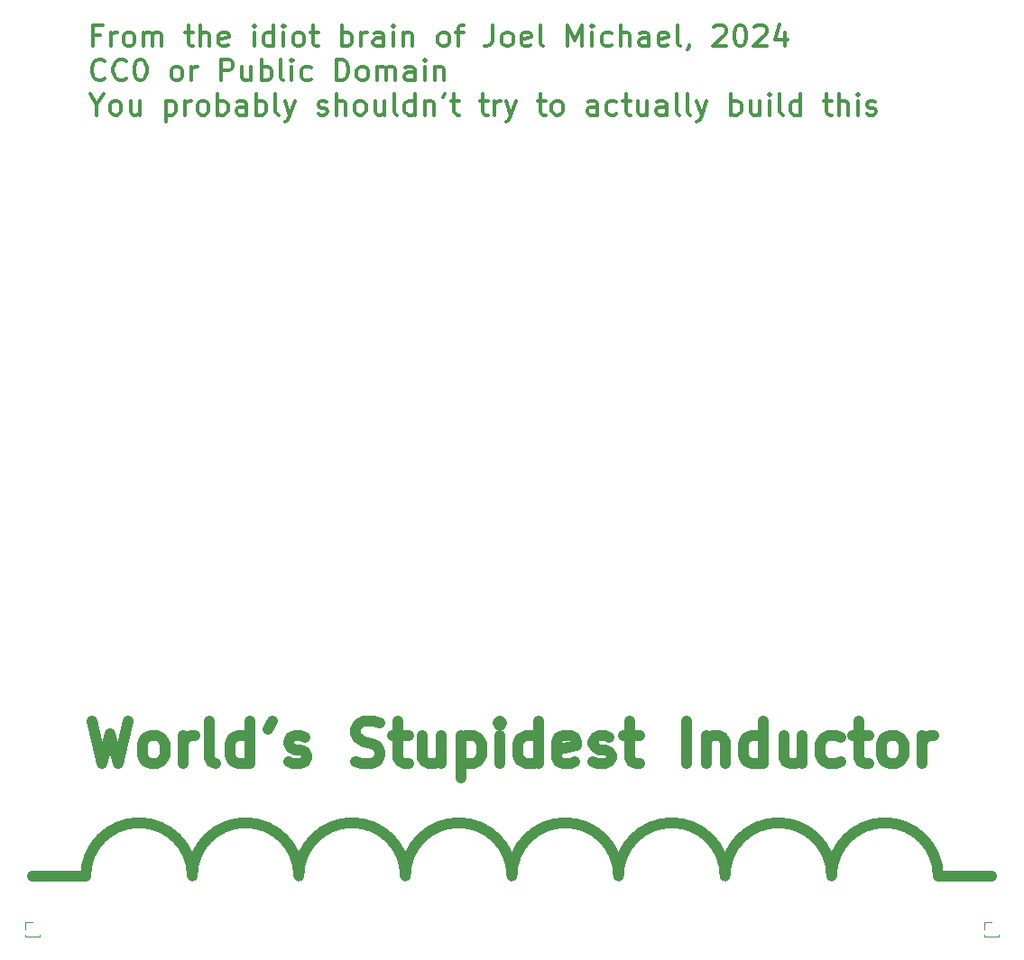
<source format=gbr>
%TF.GenerationSoftware,KiCad,Pcbnew,8.0.4*%
%TF.CreationDate,2024-09-11T16:59:23+10:00*%
%TF.ProjectId,pcb-inductor,7063622d-696e-4647-9563-746f722e6b69,rev?*%
%TF.SameCoordinates,Original*%
%TF.FileFunction,Legend,Top*%
%TF.FilePolarity,Positive*%
%FSLAX46Y46*%
G04 Gerber Fmt 4.6, Leading zero omitted, Abs format (unit mm)*
G04 Created by KiCad (PCBNEW 8.0.4) date 2024-09-11 16:59:23*
%MOMM*%
%LPD*%
G01*
G04 APERTURE LIST*
%ADD10C,0.300000*%
%ADD11C,1.000000*%
%ADD12C,0.120000*%
G04 APERTURE END LIST*
D10*
X116340225Y-61032019D02*
X115673558Y-61032019D01*
X115673558Y-62079638D02*
X115673558Y-60079638D01*
X115673558Y-60079638D02*
X116625939Y-60079638D01*
X117387844Y-62079638D02*
X117387844Y-60746304D01*
X117387844Y-61127257D02*
X117483082Y-60936780D01*
X117483082Y-60936780D02*
X117578320Y-60841542D01*
X117578320Y-60841542D02*
X117768796Y-60746304D01*
X117768796Y-60746304D02*
X117959273Y-60746304D01*
X118911653Y-62079638D02*
X118721177Y-61984400D01*
X118721177Y-61984400D02*
X118625939Y-61889161D01*
X118625939Y-61889161D02*
X118530701Y-61698685D01*
X118530701Y-61698685D02*
X118530701Y-61127257D01*
X118530701Y-61127257D02*
X118625939Y-60936780D01*
X118625939Y-60936780D02*
X118721177Y-60841542D01*
X118721177Y-60841542D02*
X118911653Y-60746304D01*
X118911653Y-60746304D02*
X119197368Y-60746304D01*
X119197368Y-60746304D02*
X119387844Y-60841542D01*
X119387844Y-60841542D02*
X119483082Y-60936780D01*
X119483082Y-60936780D02*
X119578320Y-61127257D01*
X119578320Y-61127257D02*
X119578320Y-61698685D01*
X119578320Y-61698685D02*
X119483082Y-61889161D01*
X119483082Y-61889161D02*
X119387844Y-61984400D01*
X119387844Y-61984400D02*
X119197368Y-62079638D01*
X119197368Y-62079638D02*
X118911653Y-62079638D01*
X120435463Y-62079638D02*
X120435463Y-60746304D01*
X120435463Y-60936780D02*
X120530701Y-60841542D01*
X120530701Y-60841542D02*
X120721177Y-60746304D01*
X120721177Y-60746304D02*
X121006892Y-60746304D01*
X121006892Y-60746304D02*
X121197368Y-60841542D01*
X121197368Y-60841542D02*
X121292606Y-61032019D01*
X121292606Y-61032019D02*
X121292606Y-62079638D01*
X121292606Y-61032019D02*
X121387844Y-60841542D01*
X121387844Y-60841542D02*
X121578320Y-60746304D01*
X121578320Y-60746304D02*
X121864034Y-60746304D01*
X121864034Y-60746304D02*
X122054511Y-60841542D01*
X122054511Y-60841542D02*
X122149749Y-61032019D01*
X122149749Y-61032019D02*
X122149749Y-62079638D01*
X124340226Y-60746304D02*
X125102130Y-60746304D01*
X124625940Y-60079638D02*
X124625940Y-61793923D01*
X124625940Y-61793923D02*
X124721178Y-61984400D01*
X124721178Y-61984400D02*
X124911654Y-62079638D01*
X124911654Y-62079638D02*
X125102130Y-62079638D01*
X125768797Y-62079638D02*
X125768797Y-60079638D01*
X126625940Y-62079638D02*
X126625940Y-61032019D01*
X126625940Y-61032019D02*
X126530702Y-60841542D01*
X126530702Y-60841542D02*
X126340226Y-60746304D01*
X126340226Y-60746304D02*
X126054511Y-60746304D01*
X126054511Y-60746304D02*
X125864035Y-60841542D01*
X125864035Y-60841542D02*
X125768797Y-60936780D01*
X128340226Y-61984400D02*
X128149750Y-62079638D01*
X128149750Y-62079638D02*
X127768797Y-62079638D01*
X127768797Y-62079638D02*
X127578321Y-61984400D01*
X127578321Y-61984400D02*
X127483083Y-61793923D01*
X127483083Y-61793923D02*
X127483083Y-61032019D01*
X127483083Y-61032019D02*
X127578321Y-60841542D01*
X127578321Y-60841542D02*
X127768797Y-60746304D01*
X127768797Y-60746304D02*
X128149750Y-60746304D01*
X128149750Y-60746304D02*
X128340226Y-60841542D01*
X128340226Y-60841542D02*
X128435464Y-61032019D01*
X128435464Y-61032019D02*
X128435464Y-61222495D01*
X128435464Y-61222495D02*
X127483083Y-61412971D01*
X130816417Y-62079638D02*
X130816417Y-60746304D01*
X130816417Y-60079638D02*
X130721179Y-60174876D01*
X130721179Y-60174876D02*
X130816417Y-60270114D01*
X130816417Y-60270114D02*
X130911655Y-60174876D01*
X130911655Y-60174876D02*
X130816417Y-60079638D01*
X130816417Y-60079638D02*
X130816417Y-60270114D01*
X132625941Y-62079638D02*
X132625941Y-60079638D01*
X132625941Y-61984400D02*
X132435465Y-62079638D01*
X132435465Y-62079638D02*
X132054512Y-62079638D01*
X132054512Y-62079638D02*
X131864036Y-61984400D01*
X131864036Y-61984400D02*
X131768798Y-61889161D01*
X131768798Y-61889161D02*
X131673560Y-61698685D01*
X131673560Y-61698685D02*
X131673560Y-61127257D01*
X131673560Y-61127257D02*
X131768798Y-60936780D01*
X131768798Y-60936780D02*
X131864036Y-60841542D01*
X131864036Y-60841542D02*
X132054512Y-60746304D01*
X132054512Y-60746304D02*
X132435465Y-60746304D01*
X132435465Y-60746304D02*
X132625941Y-60841542D01*
X133578322Y-62079638D02*
X133578322Y-60746304D01*
X133578322Y-60079638D02*
X133483084Y-60174876D01*
X133483084Y-60174876D02*
X133578322Y-60270114D01*
X133578322Y-60270114D02*
X133673560Y-60174876D01*
X133673560Y-60174876D02*
X133578322Y-60079638D01*
X133578322Y-60079638D02*
X133578322Y-60270114D01*
X134816417Y-62079638D02*
X134625941Y-61984400D01*
X134625941Y-61984400D02*
X134530703Y-61889161D01*
X134530703Y-61889161D02*
X134435465Y-61698685D01*
X134435465Y-61698685D02*
X134435465Y-61127257D01*
X134435465Y-61127257D02*
X134530703Y-60936780D01*
X134530703Y-60936780D02*
X134625941Y-60841542D01*
X134625941Y-60841542D02*
X134816417Y-60746304D01*
X134816417Y-60746304D02*
X135102132Y-60746304D01*
X135102132Y-60746304D02*
X135292608Y-60841542D01*
X135292608Y-60841542D02*
X135387846Y-60936780D01*
X135387846Y-60936780D02*
X135483084Y-61127257D01*
X135483084Y-61127257D02*
X135483084Y-61698685D01*
X135483084Y-61698685D02*
X135387846Y-61889161D01*
X135387846Y-61889161D02*
X135292608Y-61984400D01*
X135292608Y-61984400D02*
X135102132Y-62079638D01*
X135102132Y-62079638D02*
X134816417Y-62079638D01*
X136054513Y-60746304D02*
X136816417Y-60746304D01*
X136340227Y-60079638D02*
X136340227Y-61793923D01*
X136340227Y-61793923D02*
X136435465Y-61984400D01*
X136435465Y-61984400D02*
X136625941Y-62079638D01*
X136625941Y-62079638D02*
X136816417Y-62079638D01*
X139006894Y-62079638D02*
X139006894Y-60079638D01*
X139006894Y-60841542D02*
X139197370Y-60746304D01*
X139197370Y-60746304D02*
X139578323Y-60746304D01*
X139578323Y-60746304D02*
X139768799Y-60841542D01*
X139768799Y-60841542D02*
X139864037Y-60936780D01*
X139864037Y-60936780D02*
X139959275Y-61127257D01*
X139959275Y-61127257D02*
X139959275Y-61698685D01*
X139959275Y-61698685D02*
X139864037Y-61889161D01*
X139864037Y-61889161D02*
X139768799Y-61984400D01*
X139768799Y-61984400D02*
X139578323Y-62079638D01*
X139578323Y-62079638D02*
X139197370Y-62079638D01*
X139197370Y-62079638D02*
X139006894Y-61984400D01*
X140816418Y-62079638D02*
X140816418Y-60746304D01*
X140816418Y-61127257D02*
X140911656Y-60936780D01*
X140911656Y-60936780D02*
X141006894Y-60841542D01*
X141006894Y-60841542D02*
X141197370Y-60746304D01*
X141197370Y-60746304D02*
X141387847Y-60746304D01*
X142911656Y-62079638D02*
X142911656Y-61032019D01*
X142911656Y-61032019D02*
X142816418Y-60841542D01*
X142816418Y-60841542D02*
X142625942Y-60746304D01*
X142625942Y-60746304D02*
X142244989Y-60746304D01*
X142244989Y-60746304D02*
X142054513Y-60841542D01*
X142911656Y-61984400D02*
X142721180Y-62079638D01*
X142721180Y-62079638D02*
X142244989Y-62079638D01*
X142244989Y-62079638D02*
X142054513Y-61984400D01*
X142054513Y-61984400D02*
X141959275Y-61793923D01*
X141959275Y-61793923D02*
X141959275Y-61603447D01*
X141959275Y-61603447D02*
X142054513Y-61412971D01*
X142054513Y-61412971D02*
X142244989Y-61317733D01*
X142244989Y-61317733D02*
X142721180Y-61317733D01*
X142721180Y-61317733D02*
X142911656Y-61222495D01*
X143864037Y-62079638D02*
X143864037Y-60746304D01*
X143864037Y-60079638D02*
X143768799Y-60174876D01*
X143768799Y-60174876D02*
X143864037Y-60270114D01*
X143864037Y-60270114D02*
X143959275Y-60174876D01*
X143959275Y-60174876D02*
X143864037Y-60079638D01*
X143864037Y-60079638D02*
X143864037Y-60270114D01*
X144816418Y-60746304D02*
X144816418Y-62079638D01*
X144816418Y-60936780D02*
X144911656Y-60841542D01*
X144911656Y-60841542D02*
X145102132Y-60746304D01*
X145102132Y-60746304D02*
X145387847Y-60746304D01*
X145387847Y-60746304D02*
X145578323Y-60841542D01*
X145578323Y-60841542D02*
X145673561Y-61032019D01*
X145673561Y-61032019D02*
X145673561Y-62079638D01*
X148435466Y-62079638D02*
X148244990Y-61984400D01*
X148244990Y-61984400D02*
X148149752Y-61889161D01*
X148149752Y-61889161D02*
X148054514Y-61698685D01*
X148054514Y-61698685D02*
X148054514Y-61127257D01*
X148054514Y-61127257D02*
X148149752Y-60936780D01*
X148149752Y-60936780D02*
X148244990Y-60841542D01*
X148244990Y-60841542D02*
X148435466Y-60746304D01*
X148435466Y-60746304D02*
X148721181Y-60746304D01*
X148721181Y-60746304D02*
X148911657Y-60841542D01*
X148911657Y-60841542D02*
X149006895Y-60936780D01*
X149006895Y-60936780D02*
X149102133Y-61127257D01*
X149102133Y-61127257D02*
X149102133Y-61698685D01*
X149102133Y-61698685D02*
X149006895Y-61889161D01*
X149006895Y-61889161D02*
X148911657Y-61984400D01*
X148911657Y-61984400D02*
X148721181Y-62079638D01*
X148721181Y-62079638D02*
X148435466Y-62079638D01*
X149673562Y-60746304D02*
X150435466Y-60746304D01*
X149959276Y-62079638D02*
X149959276Y-60365352D01*
X149959276Y-60365352D02*
X150054514Y-60174876D01*
X150054514Y-60174876D02*
X150244990Y-60079638D01*
X150244990Y-60079638D02*
X150435466Y-60079638D01*
X153197372Y-60079638D02*
X153197372Y-61508209D01*
X153197372Y-61508209D02*
X153102133Y-61793923D01*
X153102133Y-61793923D02*
X152911657Y-61984400D01*
X152911657Y-61984400D02*
X152625943Y-62079638D01*
X152625943Y-62079638D02*
X152435467Y-62079638D01*
X154435467Y-62079638D02*
X154244991Y-61984400D01*
X154244991Y-61984400D02*
X154149753Y-61889161D01*
X154149753Y-61889161D02*
X154054515Y-61698685D01*
X154054515Y-61698685D02*
X154054515Y-61127257D01*
X154054515Y-61127257D02*
X154149753Y-60936780D01*
X154149753Y-60936780D02*
X154244991Y-60841542D01*
X154244991Y-60841542D02*
X154435467Y-60746304D01*
X154435467Y-60746304D02*
X154721182Y-60746304D01*
X154721182Y-60746304D02*
X154911658Y-60841542D01*
X154911658Y-60841542D02*
X155006896Y-60936780D01*
X155006896Y-60936780D02*
X155102134Y-61127257D01*
X155102134Y-61127257D02*
X155102134Y-61698685D01*
X155102134Y-61698685D02*
X155006896Y-61889161D01*
X155006896Y-61889161D02*
X154911658Y-61984400D01*
X154911658Y-61984400D02*
X154721182Y-62079638D01*
X154721182Y-62079638D02*
X154435467Y-62079638D01*
X156721182Y-61984400D02*
X156530706Y-62079638D01*
X156530706Y-62079638D02*
X156149753Y-62079638D01*
X156149753Y-62079638D02*
X155959277Y-61984400D01*
X155959277Y-61984400D02*
X155864039Y-61793923D01*
X155864039Y-61793923D02*
X155864039Y-61032019D01*
X155864039Y-61032019D02*
X155959277Y-60841542D01*
X155959277Y-60841542D02*
X156149753Y-60746304D01*
X156149753Y-60746304D02*
X156530706Y-60746304D01*
X156530706Y-60746304D02*
X156721182Y-60841542D01*
X156721182Y-60841542D02*
X156816420Y-61032019D01*
X156816420Y-61032019D02*
X156816420Y-61222495D01*
X156816420Y-61222495D02*
X155864039Y-61412971D01*
X157959277Y-62079638D02*
X157768801Y-61984400D01*
X157768801Y-61984400D02*
X157673563Y-61793923D01*
X157673563Y-61793923D02*
X157673563Y-60079638D01*
X160244992Y-62079638D02*
X160244992Y-60079638D01*
X160244992Y-60079638D02*
X160911659Y-61508209D01*
X160911659Y-61508209D02*
X161578325Y-60079638D01*
X161578325Y-60079638D02*
X161578325Y-62079638D01*
X162530706Y-62079638D02*
X162530706Y-60746304D01*
X162530706Y-60079638D02*
X162435468Y-60174876D01*
X162435468Y-60174876D02*
X162530706Y-60270114D01*
X162530706Y-60270114D02*
X162625944Y-60174876D01*
X162625944Y-60174876D02*
X162530706Y-60079638D01*
X162530706Y-60079638D02*
X162530706Y-60270114D01*
X164340230Y-61984400D02*
X164149754Y-62079638D01*
X164149754Y-62079638D02*
X163768801Y-62079638D01*
X163768801Y-62079638D02*
X163578325Y-61984400D01*
X163578325Y-61984400D02*
X163483087Y-61889161D01*
X163483087Y-61889161D02*
X163387849Y-61698685D01*
X163387849Y-61698685D02*
X163387849Y-61127257D01*
X163387849Y-61127257D02*
X163483087Y-60936780D01*
X163483087Y-60936780D02*
X163578325Y-60841542D01*
X163578325Y-60841542D02*
X163768801Y-60746304D01*
X163768801Y-60746304D02*
X164149754Y-60746304D01*
X164149754Y-60746304D02*
X164340230Y-60841542D01*
X165197373Y-62079638D02*
X165197373Y-60079638D01*
X166054516Y-62079638D02*
X166054516Y-61032019D01*
X166054516Y-61032019D02*
X165959278Y-60841542D01*
X165959278Y-60841542D02*
X165768802Y-60746304D01*
X165768802Y-60746304D02*
X165483087Y-60746304D01*
X165483087Y-60746304D02*
X165292611Y-60841542D01*
X165292611Y-60841542D02*
X165197373Y-60936780D01*
X167864040Y-62079638D02*
X167864040Y-61032019D01*
X167864040Y-61032019D02*
X167768802Y-60841542D01*
X167768802Y-60841542D02*
X167578326Y-60746304D01*
X167578326Y-60746304D02*
X167197373Y-60746304D01*
X167197373Y-60746304D02*
X167006897Y-60841542D01*
X167864040Y-61984400D02*
X167673564Y-62079638D01*
X167673564Y-62079638D02*
X167197373Y-62079638D01*
X167197373Y-62079638D02*
X167006897Y-61984400D01*
X167006897Y-61984400D02*
X166911659Y-61793923D01*
X166911659Y-61793923D02*
X166911659Y-61603447D01*
X166911659Y-61603447D02*
X167006897Y-61412971D01*
X167006897Y-61412971D02*
X167197373Y-61317733D01*
X167197373Y-61317733D02*
X167673564Y-61317733D01*
X167673564Y-61317733D02*
X167864040Y-61222495D01*
X169578326Y-61984400D02*
X169387850Y-62079638D01*
X169387850Y-62079638D02*
X169006897Y-62079638D01*
X169006897Y-62079638D02*
X168816421Y-61984400D01*
X168816421Y-61984400D02*
X168721183Y-61793923D01*
X168721183Y-61793923D02*
X168721183Y-61032019D01*
X168721183Y-61032019D02*
X168816421Y-60841542D01*
X168816421Y-60841542D02*
X169006897Y-60746304D01*
X169006897Y-60746304D02*
X169387850Y-60746304D01*
X169387850Y-60746304D02*
X169578326Y-60841542D01*
X169578326Y-60841542D02*
X169673564Y-61032019D01*
X169673564Y-61032019D02*
X169673564Y-61222495D01*
X169673564Y-61222495D02*
X168721183Y-61412971D01*
X170816421Y-62079638D02*
X170625945Y-61984400D01*
X170625945Y-61984400D02*
X170530707Y-61793923D01*
X170530707Y-61793923D02*
X170530707Y-60079638D01*
X171673564Y-61984400D02*
X171673564Y-62079638D01*
X171673564Y-62079638D02*
X171578326Y-62270114D01*
X171578326Y-62270114D02*
X171483088Y-62365352D01*
X173959279Y-60270114D02*
X174054517Y-60174876D01*
X174054517Y-60174876D02*
X174244993Y-60079638D01*
X174244993Y-60079638D02*
X174721184Y-60079638D01*
X174721184Y-60079638D02*
X174911660Y-60174876D01*
X174911660Y-60174876D02*
X175006898Y-60270114D01*
X175006898Y-60270114D02*
X175102136Y-60460590D01*
X175102136Y-60460590D02*
X175102136Y-60651066D01*
X175102136Y-60651066D02*
X175006898Y-60936780D01*
X175006898Y-60936780D02*
X173864041Y-62079638D01*
X173864041Y-62079638D02*
X175102136Y-62079638D01*
X176340231Y-60079638D02*
X176530708Y-60079638D01*
X176530708Y-60079638D02*
X176721184Y-60174876D01*
X176721184Y-60174876D02*
X176816422Y-60270114D01*
X176816422Y-60270114D02*
X176911660Y-60460590D01*
X176911660Y-60460590D02*
X177006898Y-60841542D01*
X177006898Y-60841542D02*
X177006898Y-61317733D01*
X177006898Y-61317733D02*
X176911660Y-61698685D01*
X176911660Y-61698685D02*
X176816422Y-61889161D01*
X176816422Y-61889161D02*
X176721184Y-61984400D01*
X176721184Y-61984400D02*
X176530708Y-62079638D01*
X176530708Y-62079638D02*
X176340231Y-62079638D01*
X176340231Y-62079638D02*
X176149755Y-61984400D01*
X176149755Y-61984400D02*
X176054517Y-61889161D01*
X176054517Y-61889161D02*
X175959279Y-61698685D01*
X175959279Y-61698685D02*
X175864041Y-61317733D01*
X175864041Y-61317733D02*
X175864041Y-60841542D01*
X175864041Y-60841542D02*
X175959279Y-60460590D01*
X175959279Y-60460590D02*
X176054517Y-60270114D01*
X176054517Y-60270114D02*
X176149755Y-60174876D01*
X176149755Y-60174876D02*
X176340231Y-60079638D01*
X177768803Y-60270114D02*
X177864041Y-60174876D01*
X177864041Y-60174876D02*
X178054517Y-60079638D01*
X178054517Y-60079638D02*
X178530708Y-60079638D01*
X178530708Y-60079638D02*
X178721184Y-60174876D01*
X178721184Y-60174876D02*
X178816422Y-60270114D01*
X178816422Y-60270114D02*
X178911660Y-60460590D01*
X178911660Y-60460590D02*
X178911660Y-60651066D01*
X178911660Y-60651066D02*
X178816422Y-60936780D01*
X178816422Y-60936780D02*
X177673565Y-62079638D01*
X177673565Y-62079638D02*
X178911660Y-62079638D01*
X180625946Y-60746304D02*
X180625946Y-62079638D01*
X180149755Y-59984400D02*
X179673565Y-61412971D01*
X179673565Y-61412971D02*
X180911660Y-61412971D01*
X116816415Y-65109049D02*
X116721177Y-65204288D01*
X116721177Y-65204288D02*
X116435463Y-65299526D01*
X116435463Y-65299526D02*
X116244987Y-65299526D01*
X116244987Y-65299526D02*
X115959272Y-65204288D01*
X115959272Y-65204288D02*
X115768796Y-65013811D01*
X115768796Y-65013811D02*
X115673558Y-64823335D01*
X115673558Y-64823335D02*
X115578320Y-64442383D01*
X115578320Y-64442383D02*
X115578320Y-64156668D01*
X115578320Y-64156668D02*
X115673558Y-63775716D01*
X115673558Y-63775716D02*
X115768796Y-63585240D01*
X115768796Y-63585240D02*
X115959272Y-63394764D01*
X115959272Y-63394764D02*
X116244987Y-63299526D01*
X116244987Y-63299526D02*
X116435463Y-63299526D01*
X116435463Y-63299526D02*
X116721177Y-63394764D01*
X116721177Y-63394764D02*
X116816415Y-63490002D01*
X118816415Y-65109049D02*
X118721177Y-65204288D01*
X118721177Y-65204288D02*
X118435463Y-65299526D01*
X118435463Y-65299526D02*
X118244987Y-65299526D01*
X118244987Y-65299526D02*
X117959272Y-65204288D01*
X117959272Y-65204288D02*
X117768796Y-65013811D01*
X117768796Y-65013811D02*
X117673558Y-64823335D01*
X117673558Y-64823335D02*
X117578320Y-64442383D01*
X117578320Y-64442383D02*
X117578320Y-64156668D01*
X117578320Y-64156668D02*
X117673558Y-63775716D01*
X117673558Y-63775716D02*
X117768796Y-63585240D01*
X117768796Y-63585240D02*
X117959272Y-63394764D01*
X117959272Y-63394764D02*
X118244987Y-63299526D01*
X118244987Y-63299526D02*
X118435463Y-63299526D01*
X118435463Y-63299526D02*
X118721177Y-63394764D01*
X118721177Y-63394764D02*
X118816415Y-63490002D01*
X120054510Y-63299526D02*
X120244987Y-63299526D01*
X120244987Y-63299526D02*
X120435463Y-63394764D01*
X120435463Y-63394764D02*
X120530701Y-63490002D01*
X120530701Y-63490002D02*
X120625939Y-63680478D01*
X120625939Y-63680478D02*
X120721177Y-64061430D01*
X120721177Y-64061430D02*
X120721177Y-64537621D01*
X120721177Y-64537621D02*
X120625939Y-64918573D01*
X120625939Y-64918573D02*
X120530701Y-65109049D01*
X120530701Y-65109049D02*
X120435463Y-65204288D01*
X120435463Y-65204288D02*
X120244987Y-65299526D01*
X120244987Y-65299526D02*
X120054510Y-65299526D01*
X120054510Y-65299526D02*
X119864034Y-65204288D01*
X119864034Y-65204288D02*
X119768796Y-65109049D01*
X119768796Y-65109049D02*
X119673558Y-64918573D01*
X119673558Y-64918573D02*
X119578320Y-64537621D01*
X119578320Y-64537621D02*
X119578320Y-64061430D01*
X119578320Y-64061430D02*
X119673558Y-63680478D01*
X119673558Y-63680478D02*
X119768796Y-63490002D01*
X119768796Y-63490002D02*
X119864034Y-63394764D01*
X119864034Y-63394764D02*
X120054510Y-63299526D01*
X123387844Y-65299526D02*
X123197368Y-65204288D01*
X123197368Y-65204288D02*
X123102130Y-65109049D01*
X123102130Y-65109049D02*
X123006892Y-64918573D01*
X123006892Y-64918573D02*
X123006892Y-64347145D01*
X123006892Y-64347145D02*
X123102130Y-64156668D01*
X123102130Y-64156668D02*
X123197368Y-64061430D01*
X123197368Y-64061430D02*
X123387844Y-63966192D01*
X123387844Y-63966192D02*
X123673559Y-63966192D01*
X123673559Y-63966192D02*
X123864035Y-64061430D01*
X123864035Y-64061430D02*
X123959273Y-64156668D01*
X123959273Y-64156668D02*
X124054511Y-64347145D01*
X124054511Y-64347145D02*
X124054511Y-64918573D01*
X124054511Y-64918573D02*
X123959273Y-65109049D01*
X123959273Y-65109049D02*
X123864035Y-65204288D01*
X123864035Y-65204288D02*
X123673559Y-65299526D01*
X123673559Y-65299526D02*
X123387844Y-65299526D01*
X124911654Y-65299526D02*
X124911654Y-63966192D01*
X124911654Y-64347145D02*
X125006892Y-64156668D01*
X125006892Y-64156668D02*
X125102130Y-64061430D01*
X125102130Y-64061430D02*
X125292606Y-63966192D01*
X125292606Y-63966192D02*
X125483083Y-63966192D01*
X127673559Y-65299526D02*
X127673559Y-63299526D01*
X127673559Y-63299526D02*
X128435464Y-63299526D01*
X128435464Y-63299526D02*
X128625940Y-63394764D01*
X128625940Y-63394764D02*
X128721178Y-63490002D01*
X128721178Y-63490002D02*
X128816416Y-63680478D01*
X128816416Y-63680478D02*
X128816416Y-63966192D01*
X128816416Y-63966192D02*
X128721178Y-64156668D01*
X128721178Y-64156668D02*
X128625940Y-64251907D01*
X128625940Y-64251907D02*
X128435464Y-64347145D01*
X128435464Y-64347145D02*
X127673559Y-64347145D01*
X130530702Y-63966192D02*
X130530702Y-65299526D01*
X129673559Y-63966192D02*
X129673559Y-65013811D01*
X129673559Y-65013811D02*
X129768797Y-65204288D01*
X129768797Y-65204288D02*
X129959273Y-65299526D01*
X129959273Y-65299526D02*
X130244988Y-65299526D01*
X130244988Y-65299526D02*
X130435464Y-65204288D01*
X130435464Y-65204288D02*
X130530702Y-65109049D01*
X131483083Y-65299526D02*
X131483083Y-63299526D01*
X131483083Y-64061430D02*
X131673559Y-63966192D01*
X131673559Y-63966192D02*
X132054512Y-63966192D01*
X132054512Y-63966192D02*
X132244988Y-64061430D01*
X132244988Y-64061430D02*
X132340226Y-64156668D01*
X132340226Y-64156668D02*
X132435464Y-64347145D01*
X132435464Y-64347145D02*
X132435464Y-64918573D01*
X132435464Y-64918573D02*
X132340226Y-65109049D01*
X132340226Y-65109049D02*
X132244988Y-65204288D01*
X132244988Y-65204288D02*
X132054512Y-65299526D01*
X132054512Y-65299526D02*
X131673559Y-65299526D01*
X131673559Y-65299526D02*
X131483083Y-65204288D01*
X133578321Y-65299526D02*
X133387845Y-65204288D01*
X133387845Y-65204288D02*
X133292607Y-65013811D01*
X133292607Y-65013811D02*
X133292607Y-63299526D01*
X134340226Y-65299526D02*
X134340226Y-63966192D01*
X134340226Y-63299526D02*
X134244988Y-63394764D01*
X134244988Y-63394764D02*
X134340226Y-63490002D01*
X134340226Y-63490002D02*
X134435464Y-63394764D01*
X134435464Y-63394764D02*
X134340226Y-63299526D01*
X134340226Y-63299526D02*
X134340226Y-63490002D01*
X136149750Y-65204288D02*
X135959274Y-65299526D01*
X135959274Y-65299526D02*
X135578321Y-65299526D01*
X135578321Y-65299526D02*
X135387845Y-65204288D01*
X135387845Y-65204288D02*
X135292607Y-65109049D01*
X135292607Y-65109049D02*
X135197369Y-64918573D01*
X135197369Y-64918573D02*
X135197369Y-64347145D01*
X135197369Y-64347145D02*
X135292607Y-64156668D01*
X135292607Y-64156668D02*
X135387845Y-64061430D01*
X135387845Y-64061430D02*
X135578321Y-63966192D01*
X135578321Y-63966192D02*
X135959274Y-63966192D01*
X135959274Y-63966192D02*
X136149750Y-64061430D01*
X138530703Y-65299526D02*
X138530703Y-63299526D01*
X138530703Y-63299526D02*
X139006893Y-63299526D01*
X139006893Y-63299526D02*
X139292608Y-63394764D01*
X139292608Y-63394764D02*
X139483084Y-63585240D01*
X139483084Y-63585240D02*
X139578322Y-63775716D01*
X139578322Y-63775716D02*
X139673560Y-64156668D01*
X139673560Y-64156668D02*
X139673560Y-64442383D01*
X139673560Y-64442383D02*
X139578322Y-64823335D01*
X139578322Y-64823335D02*
X139483084Y-65013811D01*
X139483084Y-65013811D02*
X139292608Y-65204288D01*
X139292608Y-65204288D02*
X139006893Y-65299526D01*
X139006893Y-65299526D02*
X138530703Y-65299526D01*
X140816417Y-65299526D02*
X140625941Y-65204288D01*
X140625941Y-65204288D02*
X140530703Y-65109049D01*
X140530703Y-65109049D02*
X140435465Y-64918573D01*
X140435465Y-64918573D02*
X140435465Y-64347145D01*
X140435465Y-64347145D02*
X140530703Y-64156668D01*
X140530703Y-64156668D02*
X140625941Y-64061430D01*
X140625941Y-64061430D02*
X140816417Y-63966192D01*
X140816417Y-63966192D02*
X141102132Y-63966192D01*
X141102132Y-63966192D02*
X141292608Y-64061430D01*
X141292608Y-64061430D02*
X141387846Y-64156668D01*
X141387846Y-64156668D02*
X141483084Y-64347145D01*
X141483084Y-64347145D02*
X141483084Y-64918573D01*
X141483084Y-64918573D02*
X141387846Y-65109049D01*
X141387846Y-65109049D02*
X141292608Y-65204288D01*
X141292608Y-65204288D02*
X141102132Y-65299526D01*
X141102132Y-65299526D02*
X140816417Y-65299526D01*
X142340227Y-65299526D02*
X142340227Y-63966192D01*
X142340227Y-64156668D02*
X142435465Y-64061430D01*
X142435465Y-64061430D02*
X142625941Y-63966192D01*
X142625941Y-63966192D02*
X142911656Y-63966192D01*
X142911656Y-63966192D02*
X143102132Y-64061430D01*
X143102132Y-64061430D02*
X143197370Y-64251907D01*
X143197370Y-64251907D02*
X143197370Y-65299526D01*
X143197370Y-64251907D02*
X143292608Y-64061430D01*
X143292608Y-64061430D02*
X143483084Y-63966192D01*
X143483084Y-63966192D02*
X143768798Y-63966192D01*
X143768798Y-63966192D02*
X143959275Y-64061430D01*
X143959275Y-64061430D02*
X144054513Y-64251907D01*
X144054513Y-64251907D02*
X144054513Y-65299526D01*
X145864037Y-65299526D02*
X145864037Y-64251907D01*
X145864037Y-64251907D02*
X145768799Y-64061430D01*
X145768799Y-64061430D02*
X145578323Y-63966192D01*
X145578323Y-63966192D02*
X145197370Y-63966192D01*
X145197370Y-63966192D02*
X145006894Y-64061430D01*
X145864037Y-65204288D02*
X145673561Y-65299526D01*
X145673561Y-65299526D02*
X145197370Y-65299526D01*
X145197370Y-65299526D02*
X145006894Y-65204288D01*
X145006894Y-65204288D02*
X144911656Y-65013811D01*
X144911656Y-65013811D02*
X144911656Y-64823335D01*
X144911656Y-64823335D02*
X145006894Y-64632859D01*
X145006894Y-64632859D02*
X145197370Y-64537621D01*
X145197370Y-64537621D02*
X145673561Y-64537621D01*
X145673561Y-64537621D02*
X145864037Y-64442383D01*
X146816418Y-65299526D02*
X146816418Y-63966192D01*
X146816418Y-63299526D02*
X146721180Y-63394764D01*
X146721180Y-63394764D02*
X146816418Y-63490002D01*
X146816418Y-63490002D02*
X146911656Y-63394764D01*
X146911656Y-63394764D02*
X146816418Y-63299526D01*
X146816418Y-63299526D02*
X146816418Y-63490002D01*
X147768799Y-63966192D02*
X147768799Y-65299526D01*
X147768799Y-64156668D02*
X147864037Y-64061430D01*
X147864037Y-64061430D02*
X148054513Y-63966192D01*
X148054513Y-63966192D02*
X148340228Y-63966192D01*
X148340228Y-63966192D02*
X148530704Y-64061430D01*
X148530704Y-64061430D02*
X148625942Y-64251907D01*
X148625942Y-64251907D02*
X148625942Y-65299526D01*
X116054510Y-67567033D02*
X116054510Y-68519414D01*
X115387844Y-66519414D02*
X116054510Y-67567033D01*
X116054510Y-67567033D02*
X116721177Y-66519414D01*
X117673558Y-68519414D02*
X117483082Y-68424176D01*
X117483082Y-68424176D02*
X117387844Y-68328937D01*
X117387844Y-68328937D02*
X117292606Y-68138461D01*
X117292606Y-68138461D02*
X117292606Y-67567033D01*
X117292606Y-67567033D02*
X117387844Y-67376556D01*
X117387844Y-67376556D02*
X117483082Y-67281318D01*
X117483082Y-67281318D02*
X117673558Y-67186080D01*
X117673558Y-67186080D02*
X117959273Y-67186080D01*
X117959273Y-67186080D02*
X118149749Y-67281318D01*
X118149749Y-67281318D02*
X118244987Y-67376556D01*
X118244987Y-67376556D02*
X118340225Y-67567033D01*
X118340225Y-67567033D02*
X118340225Y-68138461D01*
X118340225Y-68138461D02*
X118244987Y-68328937D01*
X118244987Y-68328937D02*
X118149749Y-68424176D01*
X118149749Y-68424176D02*
X117959273Y-68519414D01*
X117959273Y-68519414D02*
X117673558Y-68519414D01*
X120054511Y-67186080D02*
X120054511Y-68519414D01*
X119197368Y-67186080D02*
X119197368Y-68233699D01*
X119197368Y-68233699D02*
X119292606Y-68424176D01*
X119292606Y-68424176D02*
X119483082Y-68519414D01*
X119483082Y-68519414D02*
X119768797Y-68519414D01*
X119768797Y-68519414D02*
X119959273Y-68424176D01*
X119959273Y-68424176D02*
X120054511Y-68328937D01*
X122530702Y-67186080D02*
X122530702Y-69186080D01*
X122530702Y-67281318D02*
X122721178Y-67186080D01*
X122721178Y-67186080D02*
X123102131Y-67186080D01*
X123102131Y-67186080D02*
X123292607Y-67281318D01*
X123292607Y-67281318D02*
X123387845Y-67376556D01*
X123387845Y-67376556D02*
X123483083Y-67567033D01*
X123483083Y-67567033D02*
X123483083Y-68138461D01*
X123483083Y-68138461D02*
X123387845Y-68328937D01*
X123387845Y-68328937D02*
X123292607Y-68424176D01*
X123292607Y-68424176D02*
X123102131Y-68519414D01*
X123102131Y-68519414D02*
X122721178Y-68519414D01*
X122721178Y-68519414D02*
X122530702Y-68424176D01*
X124340226Y-68519414D02*
X124340226Y-67186080D01*
X124340226Y-67567033D02*
X124435464Y-67376556D01*
X124435464Y-67376556D02*
X124530702Y-67281318D01*
X124530702Y-67281318D02*
X124721178Y-67186080D01*
X124721178Y-67186080D02*
X124911655Y-67186080D01*
X125864035Y-68519414D02*
X125673559Y-68424176D01*
X125673559Y-68424176D02*
X125578321Y-68328937D01*
X125578321Y-68328937D02*
X125483083Y-68138461D01*
X125483083Y-68138461D02*
X125483083Y-67567033D01*
X125483083Y-67567033D02*
X125578321Y-67376556D01*
X125578321Y-67376556D02*
X125673559Y-67281318D01*
X125673559Y-67281318D02*
X125864035Y-67186080D01*
X125864035Y-67186080D02*
X126149750Y-67186080D01*
X126149750Y-67186080D02*
X126340226Y-67281318D01*
X126340226Y-67281318D02*
X126435464Y-67376556D01*
X126435464Y-67376556D02*
X126530702Y-67567033D01*
X126530702Y-67567033D02*
X126530702Y-68138461D01*
X126530702Y-68138461D02*
X126435464Y-68328937D01*
X126435464Y-68328937D02*
X126340226Y-68424176D01*
X126340226Y-68424176D02*
X126149750Y-68519414D01*
X126149750Y-68519414D02*
X125864035Y-68519414D01*
X127387845Y-68519414D02*
X127387845Y-66519414D01*
X127387845Y-67281318D02*
X127578321Y-67186080D01*
X127578321Y-67186080D02*
X127959274Y-67186080D01*
X127959274Y-67186080D02*
X128149750Y-67281318D01*
X128149750Y-67281318D02*
X128244988Y-67376556D01*
X128244988Y-67376556D02*
X128340226Y-67567033D01*
X128340226Y-67567033D02*
X128340226Y-68138461D01*
X128340226Y-68138461D02*
X128244988Y-68328937D01*
X128244988Y-68328937D02*
X128149750Y-68424176D01*
X128149750Y-68424176D02*
X127959274Y-68519414D01*
X127959274Y-68519414D02*
X127578321Y-68519414D01*
X127578321Y-68519414D02*
X127387845Y-68424176D01*
X130054512Y-68519414D02*
X130054512Y-67471795D01*
X130054512Y-67471795D02*
X129959274Y-67281318D01*
X129959274Y-67281318D02*
X129768798Y-67186080D01*
X129768798Y-67186080D02*
X129387845Y-67186080D01*
X129387845Y-67186080D02*
X129197369Y-67281318D01*
X130054512Y-68424176D02*
X129864036Y-68519414D01*
X129864036Y-68519414D02*
X129387845Y-68519414D01*
X129387845Y-68519414D02*
X129197369Y-68424176D01*
X129197369Y-68424176D02*
X129102131Y-68233699D01*
X129102131Y-68233699D02*
X129102131Y-68043223D01*
X129102131Y-68043223D02*
X129197369Y-67852747D01*
X129197369Y-67852747D02*
X129387845Y-67757509D01*
X129387845Y-67757509D02*
X129864036Y-67757509D01*
X129864036Y-67757509D02*
X130054512Y-67662271D01*
X131006893Y-68519414D02*
X131006893Y-66519414D01*
X131006893Y-67281318D02*
X131197369Y-67186080D01*
X131197369Y-67186080D02*
X131578322Y-67186080D01*
X131578322Y-67186080D02*
X131768798Y-67281318D01*
X131768798Y-67281318D02*
X131864036Y-67376556D01*
X131864036Y-67376556D02*
X131959274Y-67567033D01*
X131959274Y-67567033D02*
X131959274Y-68138461D01*
X131959274Y-68138461D02*
X131864036Y-68328937D01*
X131864036Y-68328937D02*
X131768798Y-68424176D01*
X131768798Y-68424176D02*
X131578322Y-68519414D01*
X131578322Y-68519414D02*
X131197369Y-68519414D01*
X131197369Y-68519414D02*
X131006893Y-68424176D01*
X133102131Y-68519414D02*
X132911655Y-68424176D01*
X132911655Y-68424176D02*
X132816417Y-68233699D01*
X132816417Y-68233699D02*
X132816417Y-66519414D01*
X133673560Y-67186080D02*
X134149750Y-68519414D01*
X134625941Y-67186080D02*
X134149750Y-68519414D01*
X134149750Y-68519414D02*
X133959274Y-68995604D01*
X133959274Y-68995604D02*
X133864036Y-69090842D01*
X133864036Y-69090842D02*
X133673560Y-69186080D01*
X136816418Y-68424176D02*
X137006894Y-68519414D01*
X137006894Y-68519414D02*
X137387846Y-68519414D01*
X137387846Y-68519414D02*
X137578323Y-68424176D01*
X137578323Y-68424176D02*
X137673561Y-68233699D01*
X137673561Y-68233699D02*
X137673561Y-68138461D01*
X137673561Y-68138461D02*
X137578323Y-67947985D01*
X137578323Y-67947985D02*
X137387846Y-67852747D01*
X137387846Y-67852747D02*
X137102132Y-67852747D01*
X137102132Y-67852747D02*
X136911656Y-67757509D01*
X136911656Y-67757509D02*
X136816418Y-67567033D01*
X136816418Y-67567033D02*
X136816418Y-67471795D01*
X136816418Y-67471795D02*
X136911656Y-67281318D01*
X136911656Y-67281318D02*
X137102132Y-67186080D01*
X137102132Y-67186080D02*
X137387846Y-67186080D01*
X137387846Y-67186080D02*
X137578323Y-67281318D01*
X138530704Y-68519414D02*
X138530704Y-66519414D01*
X139387847Y-68519414D02*
X139387847Y-67471795D01*
X139387847Y-67471795D02*
X139292609Y-67281318D01*
X139292609Y-67281318D02*
X139102133Y-67186080D01*
X139102133Y-67186080D02*
X138816418Y-67186080D01*
X138816418Y-67186080D02*
X138625942Y-67281318D01*
X138625942Y-67281318D02*
X138530704Y-67376556D01*
X140625942Y-68519414D02*
X140435466Y-68424176D01*
X140435466Y-68424176D02*
X140340228Y-68328937D01*
X140340228Y-68328937D02*
X140244990Y-68138461D01*
X140244990Y-68138461D02*
X140244990Y-67567033D01*
X140244990Y-67567033D02*
X140340228Y-67376556D01*
X140340228Y-67376556D02*
X140435466Y-67281318D01*
X140435466Y-67281318D02*
X140625942Y-67186080D01*
X140625942Y-67186080D02*
X140911657Y-67186080D01*
X140911657Y-67186080D02*
X141102133Y-67281318D01*
X141102133Y-67281318D02*
X141197371Y-67376556D01*
X141197371Y-67376556D02*
X141292609Y-67567033D01*
X141292609Y-67567033D02*
X141292609Y-68138461D01*
X141292609Y-68138461D02*
X141197371Y-68328937D01*
X141197371Y-68328937D02*
X141102133Y-68424176D01*
X141102133Y-68424176D02*
X140911657Y-68519414D01*
X140911657Y-68519414D02*
X140625942Y-68519414D01*
X143006895Y-67186080D02*
X143006895Y-68519414D01*
X142149752Y-67186080D02*
X142149752Y-68233699D01*
X142149752Y-68233699D02*
X142244990Y-68424176D01*
X142244990Y-68424176D02*
X142435466Y-68519414D01*
X142435466Y-68519414D02*
X142721181Y-68519414D01*
X142721181Y-68519414D02*
X142911657Y-68424176D01*
X142911657Y-68424176D02*
X143006895Y-68328937D01*
X144244990Y-68519414D02*
X144054514Y-68424176D01*
X144054514Y-68424176D02*
X143959276Y-68233699D01*
X143959276Y-68233699D02*
X143959276Y-66519414D01*
X145864038Y-68519414D02*
X145864038Y-66519414D01*
X145864038Y-68424176D02*
X145673562Y-68519414D01*
X145673562Y-68519414D02*
X145292609Y-68519414D01*
X145292609Y-68519414D02*
X145102133Y-68424176D01*
X145102133Y-68424176D02*
X145006895Y-68328937D01*
X145006895Y-68328937D02*
X144911657Y-68138461D01*
X144911657Y-68138461D02*
X144911657Y-67567033D01*
X144911657Y-67567033D02*
X145006895Y-67376556D01*
X145006895Y-67376556D02*
X145102133Y-67281318D01*
X145102133Y-67281318D02*
X145292609Y-67186080D01*
X145292609Y-67186080D02*
X145673562Y-67186080D01*
X145673562Y-67186080D02*
X145864038Y-67281318D01*
X146816419Y-67186080D02*
X146816419Y-68519414D01*
X146816419Y-67376556D02*
X146911657Y-67281318D01*
X146911657Y-67281318D02*
X147102133Y-67186080D01*
X147102133Y-67186080D02*
X147387848Y-67186080D01*
X147387848Y-67186080D02*
X147578324Y-67281318D01*
X147578324Y-67281318D02*
X147673562Y-67471795D01*
X147673562Y-67471795D02*
X147673562Y-68519414D01*
X148721181Y-66519414D02*
X148530705Y-66900366D01*
X149292610Y-67186080D02*
X150054514Y-67186080D01*
X149578324Y-66519414D02*
X149578324Y-68233699D01*
X149578324Y-68233699D02*
X149673562Y-68424176D01*
X149673562Y-68424176D02*
X149864038Y-68519414D01*
X149864038Y-68519414D02*
X150054514Y-68519414D01*
X151959277Y-67186080D02*
X152721181Y-67186080D01*
X152244991Y-66519414D02*
X152244991Y-68233699D01*
X152244991Y-68233699D02*
X152340229Y-68424176D01*
X152340229Y-68424176D02*
X152530705Y-68519414D01*
X152530705Y-68519414D02*
X152721181Y-68519414D01*
X153387848Y-68519414D02*
X153387848Y-67186080D01*
X153387848Y-67567033D02*
X153483086Y-67376556D01*
X153483086Y-67376556D02*
X153578324Y-67281318D01*
X153578324Y-67281318D02*
X153768800Y-67186080D01*
X153768800Y-67186080D02*
X153959277Y-67186080D01*
X154435467Y-67186080D02*
X154911657Y-68519414D01*
X155387848Y-67186080D02*
X154911657Y-68519414D01*
X154911657Y-68519414D02*
X154721181Y-68995604D01*
X154721181Y-68995604D02*
X154625943Y-69090842D01*
X154625943Y-69090842D02*
X154435467Y-69186080D01*
X157387849Y-67186080D02*
X158149753Y-67186080D01*
X157673563Y-66519414D02*
X157673563Y-68233699D01*
X157673563Y-68233699D02*
X157768801Y-68424176D01*
X157768801Y-68424176D02*
X157959277Y-68519414D01*
X157959277Y-68519414D02*
X158149753Y-68519414D01*
X159102134Y-68519414D02*
X158911658Y-68424176D01*
X158911658Y-68424176D02*
X158816420Y-68328937D01*
X158816420Y-68328937D02*
X158721182Y-68138461D01*
X158721182Y-68138461D02*
X158721182Y-67567033D01*
X158721182Y-67567033D02*
X158816420Y-67376556D01*
X158816420Y-67376556D02*
X158911658Y-67281318D01*
X158911658Y-67281318D02*
X159102134Y-67186080D01*
X159102134Y-67186080D02*
X159387849Y-67186080D01*
X159387849Y-67186080D02*
X159578325Y-67281318D01*
X159578325Y-67281318D02*
X159673563Y-67376556D01*
X159673563Y-67376556D02*
X159768801Y-67567033D01*
X159768801Y-67567033D02*
X159768801Y-68138461D01*
X159768801Y-68138461D02*
X159673563Y-68328937D01*
X159673563Y-68328937D02*
X159578325Y-68424176D01*
X159578325Y-68424176D02*
X159387849Y-68519414D01*
X159387849Y-68519414D02*
X159102134Y-68519414D01*
X163006897Y-68519414D02*
X163006897Y-67471795D01*
X163006897Y-67471795D02*
X162911659Y-67281318D01*
X162911659Y-67281318D02*
X162721183Y-67186080D01*
X162721183Y-67186080D02*
X162340230Y-67186080D01*
X162340230Y-67186080D02*
X162149754Y-67281318D01*
X163006897Y-68424176D02*
X162816421Y-68519414D01*
X162816421Y-68519414D02*
X162340230Y-68519414D01*
X162340230Y-68519414D02*
X162149754Y-68424176D01*
X162149754Y-68424176D02*
X162054516Y-68233699D01*
X162054516Y-68233699D02*
X162054516Y-68043223D01*
X162054516Y-68043223D02*
X162149754Y-67852747D01*
X162149754Y-67852747D02*
X162340230Y-67757509D01*
X162340230Y-67757509D02*
X162816421Y-67757509D01*
X162816421Y-67757509D02*
X163006897Y-67662271D01*
X164816421Y-68424176D02*
X164625945Y-68519414D01*
X164625945Y-68519414D02*
X164244992Y-68519414D01*
X164244992Y-68519414D02*
X164054516Y-68424176D01*
X164054516Y-68424176D02*
X163959278Y-68328937D01*
X163959278Y-68328937D02*
X163864040Y-68138461D01*
X163864040Y-68138461D02*
X163864040Y-67567033D01*
X163864040Y-67567033D02*
X163959278Y-67376556D01*
X163959278Y-67376556D02*
X164054516Y-67281318D01*
X164054516Y-67281318D02*
X164244992Y-67186080D01*
X164244992Y-67186080D02*
X164625945Y-67186080D01*
X164625945Y-67186080D02*
X164816421Y-67281318D01*
X165387850Y-67186080D02*
X166149754Y-67186080D01*
X165673564Y-66519414D02*
X165673564Y-68233699D01*
X165673564Y-68233699D02*
X165768802Y-68424176D01*
X165768802Y-68424176D02*
X165959278Y-68519414D01*
X165959278Y-68519414D02*
X166149754Y-68519414D01*
X167673564Y-67186080D02*
X167673564Y-68519414D01*
X166816421Y-67186080D02*
X166816421Y-68233699D01*
X166816421Y-68233699D02*
X166911659Y-68424176D01*
X166911659Y-68424176D02*
X167102135Y-68519414D01*
X167102135Y-68519414D02*
X167387850Y-68519414D01*
X167387850Y-68519414D02*
X167578326Y-68424176D01*
X167578326Y-68424176D02*
X167673564Y-68328937D01*
X169483088Y-68519414D02*
X169483088Y-67471795D01*
X169483088Y-67471795D02*
X169387850Y-67281318D01*
X169387850Y-67281318D02*
X169197374Y-67186080D01*
X169197374Y-67186080D02*
X168816421Y-67186080D01*
X168816421Y-67186080D02*
X168625945Y-67281318D01*
X169483088Y-68424176D02*
X169292612Y-68519414D01*
X169292612Y-68519414D02*
X168816421Y-68519414D01*
X168816421Y-68519414D02*
X168625945Y-68424176D01*
X168625945Y-68424176D02*
X168530707Y-68233699D01*
X168530707Y-68233699D02*
X168530707Y-68043223D01*
X168530707Y-68043223D02*
X168625945Y-67852747D01*
X168625945Y-67852747D02*
X168816421Y-67757509D01*
X168816421Y-67757509D02*
X169292612Y-67757509D01*
X169292612Y-67757509D02*
X169483088Y-67662271D01*
X170721183Y-68519414D02*
X170530707Y-68424176D01*
X170530707Y-68424176D02*
X170435469Y-68233699D01*
X170435469Y-68233699D02*
X170435469Y-66519414D01*
X171768802Y-68519414D02*
X171578326Y-68424176D01*
X171578326Y-68424176D02*
X171483088Y-68233699D01*
X171483088Y-68233699D02*
X171483088Y-66519414D01*
X172340231Y-67186080D02*
X172816421Y-68519414D01*
X173292612Y-67186080D02*
X172816421Y-68519414D01*
X172816421Y-68519414D02*
X172625945Y-68995604D01*
X172625945Y-68995604D02*
X172530707Y-69090842D01*
X172530707Y-69090842D02*
X172340231Y-69186080D01*
X175578327Y-68519414D02*
X175578327Y-66519414D01*
X175578327Y-67281318D02*
X175768803Y-67186080D01*
X175768803Y-67186080D02*
X176149756Y-67186080D01*
X176149756Y-67186080D02*
X176340232Y-67281318D01*
X176340232Y-67281318D02*
X176435470Y-67376556D01*
X176435470Y-67376556D02*
X176530708Y-67567033D01*
X176530708Y-67567033D02*
X176530708Y-68138461D01*
X176530708Y-68138461D02*
X176435470Y-68328937D01*
X176435470Y-68328937D02*
X176340232Y-68424176D01*
X176340232Y-68424176D02*
X176149756Y-68519414D01*
X176149756Y-68519414D02*
X175768803Y-68519414D01*
X175768803Y-68519414D02*
X175578327Y-68424176D01*
X178244994Y-67186080D02*
X178244994Y-68519414D01*
X177387851Y-67186080D02*
X177387851Y-68233699D01*
X177387851Y-68233699D02*
X177483089Y-68424176D01*
X177483089Y-68424176D02*
X177673565Y-68519414D01*
X177673565Y-68519414D02*
X177959280Y-68519414D01*
X177959280Y-68519414D02*
X178149756Y-68424176D01*
X178149756Y-68424176D02*
X178244994Y-68328937D01*
X179197375Y-68519414D02*
X179197375Y-67186080D01*
X179197375Y-66519414D02*
X179102137Y-66614652D01*
X179102137Y-66614652D02*
X179197375Y-66709890D01*
X179197375Y-66709890D02*
X179292613Y-66614652D01*
X179292613Y-66614652D02*
X179197375Y-66519414D01*
X179197375Y-66519414D02*
X179197375Y-66709890D01*
X180435470Y-68519414D02*
X180244994Y-68424176D01*
X180244994Y-68424176D02*
X180149756Y-68233699D01*
X180149756Y-68233699D02*
X180149756Y-66519414D01*
X182054518Y-68519414D02*
X182054518Y-66519414D01*
X182054518Y-68424176D02*
X181864042Y-68519414D01*
X181864042Y-68519414D02*
X181483089Y-68519414D01*
X181483089Y-68519414D02*
X181292613Y-68424176D01*
X181292613Y-68424176D02*
X181197375Y-68328937D01*
X181197375Y-68328937D02*
X181102137Y-68138461D01*
X181102137Y-68138461D02*
X181102137Y-67567033D01*
X181102137Y-67567033D02*
X181197375Y-67376556D01*
X181197375Y-67376556D02*
X181292613Y-67281318D01*
X181292613Y-67281318D02*
X181483089Y-67186080D01*
X181483089Y-67186080D02*
X181864042Y-67186080D01*
X181864042Y-67186080D02*
X182054518Y-67281318D01*
X184244995Y-67186080D02*
X185006899Y-67186080D01*
X184530709Y-66519414D02*
X184530709Y-68233699D01*
X184530709Y-68233699D02*
X184625947Y-68424176D01*
X184625947Y-68424176D02*
X184816423Y-68519414D01*
X184816423Y-68519414D02*
X185006899Y-68519414D01*
X185673566Y-68519414D02*
X185673566Y-66519414D01*
X186530709Y-68519414D02*
X186530709Y-67471795D01*
X186530709Y-67471795D02*
X186435471Y-67281318D01*
X186435471Y-67281318D02*
X186244995Y-67186080D01*
X186244995Y-67186080D02*
X185959280Y-67186080D01*
X185959280Y-67186080D02*
X185768804Y-67281318D01*
X185768804Y-67281318D02*
X185673566Y-67376556D01*
X187483090Y-68519414D02*
X187483090Y-67186080D01*
X187483090Y-66519414D02*
X187387852Y-66614652D01*
X187387852Y-66614652D02*
X187483090Y-66709890D01*
X187483090Y-66709890D02*
X187578328Y-66614652D01*
X187578328Y-66614652D02*
X187483090Y-66519414D01*
X187483090Y-66519414D02*
X187483090Y-66709890D01*
X188340233Y-68424176D02*
X188530709Y-68519414D01*
X188530709Y-68519414D02*
X188911661Y-68519414D01*
X188911661Y-68519414D02*
X189102138Y-68424176D01*
X189102138Y-68424176D02*
X189197376Y-68233699D01*
X189197376Y-68233699D02*
X189197376Y-68138461D01*
X189197376Y-68138461D02*
X189102138Y-67947985D01*
X189102138Y-67947985D02*
X188911661Y-67852747D01*
X188911661Y-67852747D02*
X188625947Y-67852747D01*
X188625947Y-67852747D02*
X188435471Y-67757509D01*
X188435471Y-67757509D02*
X188340233Y-67567033D01*
X188340233Y-67567033D02*
X188340233Y-67471795D01*
X188340233Y-67471795D02*
X188435471Y-67281318D01*
X188435471Y-67281318D02*
X188625947Y-67186080D01*
X188625947Y-67186080D02*
X188911661Y-67186080D01*
X188911661Y-67186080D02*
X189102138Y-67281318D01*
D11*
X115571428Y-125458476D02*
X116523809Y-129458476D01*
X116523809Y-129458476D02*
X117285714Y-126601333D01*
X117285714Y-126601333D02*
X118047619Y-129458476D01*
X118047619Y-129458476D02*
X119000000Y-125458476D01*
X121095238Y-129458476D02*
X120714286Y-129268000D01*
X120714286Y-129268000D02*
X120523809Y-129077523D01*
X120523809Y-129077523D02*
X120333333Y-128696571D01*
X120333333Y-128696571D02*
X120333333Y-127553714D01*
X120333333Y-127553714D02*
X120523809Y-127172761D01*
X120523809Y-127172761D02*
X120714286Y-126982285D01*
X120714286Y-126982285D02*
X121095238Y-126791809D01*
X121095238Y-126791809D02*
X121666667Y-126791809D01*
X121666667Y-126791809D02*
X122047619Y-126982285D01*
X122047619Y-126982285D02*
X122238095Y-127172761D01*
X122238095Y-127172761D02*
X122428571Y-127553714D01*
X122428571Y-127553714D02*
X122428571Y-128696571D01*
X122428571Y-128696571D02*
X122238095Y-129077523D01*
X122238095Y-129077523D02*
X122047619Y-129268000D01*
X122047619Y-129268000D02*
X121666667Y-129458476D01*
X121666667Y-129458476D02*
X121095238Y-129458476D01*
X124142857Y-129458476D02*
X124142857Y-126791809D01*
X124142857Y-127553714D02*
X124333334Y-127172761D01*
X124333334Y-127172761D02*
X124523810Y-126982285D01*
X124523810Y-126982285D02*
X124904762Y-126791809D01*
X124904762Y-126791809D02*
X125285715Y-126791809D01*
X127190476Y-129458476D02*
X126809524Y-129268000D01*
X126809524Y-129268000D02*
X126619047Y-128887047D01*
X126619047Y-128887047D02*
X126619047Y-125458476D01*
X130428571Y-129458476D02*
X130428571Y-125458476D01*
X130428571Y-129268000D02*
X130047619Y-129458476D01*
X130047619Y-129458476D02*
X129285714Y-129458476D01*
X129285714Y-129458476D02*
X128904762Y-129268000D01*
X128904762Y-129268000D02*
X128714285Y-129077523D01*
X128714285Y-129077523D02*
X128523809Y-128696571D01*
X128523809Y-128696571D02*
X128523809Y-127553714D01*
X128523809Y-127553714D02*
X128714285Y-127172761D01*
X128714285Y-127172761D02*
X128904762Y-126982285D01*
X128904762Y-126982285D02*
X129285714Y-126791809D01*
X129285714Y-126791809D02*
X130047619Y-126791809D01*
X130047619Y-126791809D02*
X130428571Y-126982285D01*
X132523810Y-125458476D02*
X132142857Y-126220380D01*
X134047619Y-129268000D02*
X134428572Y-129458476D01*
X134428572Y-129458476D02*
X135190476Y-129458476D01*
X135190476Y-129458476D02*
X135571429Y-129268000D01*
X135571429Y-129268000D02*
X135761905Y-128887047D01*
X135761905Y-128887047D02*
X135761905Y-128696571D01*
X135761905Y-128696571D02*
X135571429Y-128315619D01*
X135571429Y-128315619D02*
X135190476Y-128125142D01*
X135190476Y-128125142D02*
X134619048Y-128125142D01*
X134619048Y-128125142D02*
X134238095Y-127934666D01*
X134238095Y-127934666D02*
X134047619Y-127553714D01*
X134047619Y-127553714D02*
X134047619Y-127363238D01*
X134047619Y-127363238D02*
X134238095Y-126982285D01*
X134238095Y-126982285D02*
X134619048Y-126791809D01*
X134619048Y-126791809D02*
X135190476Y-126791809D01*
X135190476Y-126791809D02*
X135571429Y-126982285D01*
X140333333Y-129268000D02*
X140904762Y-129458476D01*
X140904762Y-129458476D02*
X141857143Y-129458476D01*
X141857143Y-129458476D02*
X142238095Y-129268000D01*
X142238095Y-129268000D02*
X142428571Y-129077523D01*
X142428571Y-129077523D02*
X142619048Y-128696571D01*
X142619048Y-128696571D02*
X142619048Y-128315619D01*
X142619048Y-128315619D02*
X142428571Y-127934666D01*
X142428571Y-127934666D02*
X142238095Y-127744190D01*
X142238095Y-127744190D02*
X141857143Y-127553714D01*
X141857143Y-127553714D02*
X141095238Y-127363238D01*
X141095238Y-127363238D02*
X140714286Y-127172761D01*
X140714286Y-127172761D02*
X140523809Y-126982285D01*
X140523809Y-126982285D02*
X140333333Y-126601333D01*
X140333333Y-126601333D02*
X140333333Y-126220380D01*
X140333333Y-126220380D02*
X140523809Y-125839428D01*
X140523809Y-125839428D02*
X140714286Y-125648952D01*
X140714286Y-125648952D02*
X141095238Y-125458476D01*
X141095238Y-125458476D02*
X142047619Y-125458476D01*
X142047619Y-125458476D02*
X142619048Y-125648952D01*
X143761905Y-126791809D02*
X145285714Y-126791809D01*
X144333333Y-125458476D02*
X144333333Y-128887047D01*
X144333333Y-128887047D02*
X144523810Y-129268000D01*
X144523810Y-129268000D02*
X144904762Y-129458476D01*
X144904762Y-129458476D02*
X145285714Y-129458476D01*
X148333333Y-126791809D02*
X148333333Y-129458476D01*
X146619047Y-126791809D02*
X146619047Y-128887047D01*
X146619047Y-128887047D02*
X146809524Y-129268000D01*
X146809524Y-129268000D02*
X147190476Y-129458476D01*
X147190476Y-129458476D02*
X147761905Y-129458476D01*
X147761905Y-129458476D02*
X148142857Y-129268000D01*
X148142857Y-129268000D02*
X148333333Y-129077523D01*
X150238095Y-126791809D02*
X150238095Y-130791809D01*
X150238095Y-126982285D02*
X150619048Y-126791809D01*
X150619048Y-126791809D02*
X151380953Y-126791809D01*
X151380953Y-126791809D02*
X151761905Y-126982285D01*
X151761905Y-126982285D02*
X151952381Y-127172761D01*
X151952381Y-127172761D02*
X152142857Y-127553714D01*
X152142857Y-127553714D02*
X152142857Y-128696571D01*
X152142857Y-128696571D02*
X151952381Y-129077523D01*
X151952381Y-129077523D02*
X151761905Y-129268000D01*
X151761905Y-129268000D02*
X151380953Y-129458476D01*
X151380953Y-129458476D02*
X150619048Y-129458476D01*
X150619048Y-129458476D02*
X150238095Y-129268000D01*
X153857143Y-129458476D02*
X153857143Y-126791809D01*
X153857143Y-125458476D02*
X153666667Y-125648952D01*
X153666667Y-125648952D02*
X153857143Y-125839428D01*
X153857143Y-125839428D02*
X154047620Y-125648952D01*
X154047620Y-125648952D02*
X153857143Y-125458476D01*
X153857143Y-125458476D02*
X153857143Y-125839428D01*
X157476191Y-129458476D02*
X157476191Y-125458476D01*
X157476191Y-129268000D02*
X157095239Y-129458476D01*
X157095239Y-129458476D02*
X156333334Y-129458476D01*
X156333334Y-129458476D02*
X155952382Y-129268000D01*
X155952382Y-129268000D02*
X155761905Y-129077523D01*
X155761905Y-129077523D02*
X155571429Y-128696571D01*
X155571429Y-128696571D02*
X155571429Y-127553714D01*
X155571429Y-127553714D02*
X155761905Y-127172761D01*
X155761905Y-127172761D02*
X155952382Y-126982285D01*
X155952382Y-126982285D02*
X156333334Y-126791809D01*
X156333334Y-126791809D02*
X157095239Y-126791809D01*
X157095239Y-126791809D02*
X157476191Y-126982285D01*
X160904763Y-129268000D02*
X160523811Y-129458476D01*
X160523811Y-129458476D02*
X159761906Y-129458476D01*
X159761906Y-129458476D02*
X159380953Y-129268000D01*
X159380953Y-129268000D02*
X159190477Y-128887047D01*
X159190477Y-128887047D02*
X159190477Y-127363238D01*
X159190477Y-127363238D02*
X159380953Y-126982285D01*
X159380953Y-126982285D02*
X159761906Y-126791809D01*
X159761906Y-126791809D02*
X160523811Y-126791809D01*
X160523811Y-126791809D02*
X160904763Y-126982285D01*
X160904763Y-126982285D02*
X161095239Y-127363238D01*
X161095239Y-127363238D02*
X161095239Y-127744190D01*
X161095239Y-127744190D02*
X159190477Y-128125142D01*
X162619048Y-129268000D02*
X163000001Y-129458476D01*
X163000001Y-129458476D02*
X163761905Y-129458476D01*
X163761905Y-129458476D02*
X164142858Y-129268000D01*
X164142858Y-129268000D02*
X164333334Y-128887047D01*
X164333334Y-128887047D02*
X164333334Y-128696571D01*
X164333334Y-128696571D02*
X164142858Y-128315619D01*
X164142858Y-128315619D02*
X163761905Y-128125142D01*
X163761905Y-128125142D02*
X163190477Y-128125142D01*
X163190477Y-128125142D02*
X162809524Y-127934666D01*
X162809524Y-127934666D02*
X162619048Y-127553714D01*
X162619048Y-127553714D02*
X162619048Y-127363238D01*
X162619048Y-127363238D02*
X162809524Y-126982285D01*
X162809524Y-126982285D02*
X163190477Y-126791809D01*
X163190477Y-126791809D02*
X163761905Y-126791809D01*
X163761905Y-126791809D02*
X164142858Y-126982285D01*
X165476191Y-126791809D02*
X167000000Y-126791809D01*
X166047619Y-125458476D02*
X166047619Y-128887047D01*
X166047619Y-128887047D02*
X166238096Y-129268000D01*
X166238096Y-129268000D02*
X166619048Y-129458476D01*
X166619048Y-129458476D02*
X167000000Y-129458476D01*
X171380952Y-129458476D02*
X171380952Y-125458476D01*
X173285714Y-126791809D02*
X173285714Y-129458476D01*
X173285714Y-127172761D02*
X173476191Y-126982285D01*
X173476191Y-126982285D02*
X173857143Y-126791809D01*
X173857143Y-126791809D02*
X174428572Y-126791809D01*
X174428572Y-126791809D02*
X174809524Y-126982285D01*
X174809524Y-126982285D02*
X175000000Y-127363238D01*
X175000000Y-127363238D02*
X175000000Y-129458476D01*
X178619048Y-129458476D02*
X178619048Y-125458476D01*
X178619048Y-129268000D02*
X178238096Y-129458476D01*
X178238096Y-129458476D02*
X177476191Y-129458476D01*
X177476191Y-129458476D02*
X177095239Y-129268000D01*
X177095239Y-129268000D02*
X176904762Y-129077523D01*
X176904762Y-129077523D02*
X176714286Y-128696571D01*
X176714286Y-128696571D02*
X176714286Y-127553714D01*
X176714286Y-127553714D02*
X176904762Y-127172761D01*
X176904762Y-127172761D02*
X177095239Y-126982285D01*
X177095239Y-126982285D02*
X177476191Y-126791809D01*
X177476191Y-126791809D02*
X178238096Y-126791809D01*
X178238096Y-126791809D02*
X178619048Y-126982285D01*
X182238096Y-126791809D02*
X182238096Y-129458476D01*
X180523810Y-126791809D02*
X180523810Y-128887047D01*
X180523810Y-128887047D02*
X180714287Y-129268000D01*
X180714287Y-129268000D02*
X181095239Y-129458476D01*
X181095239Y-129458476D02*
X181666668Y-129458476D01*
X181666668Y-129458476D02*
X182047620Y-129268000D01*
X182047620Y-129268000D02*
X182238096Y-129077523D01*
X185857144Y-129268000D02*
X185476192Y-129458476D01*
X185476192Y-129458476D02*
X184714287Y-129458476D01*
X184714287Y-129458476D02*
X184333335Y-129268000D01*
X184333335Y-129268000D02*
X184142858Y-129077523D01*
X184142858Y-129077523D02*
X183952382Y-128696571D01*
X183952382Y-128696571D02*
X183952382Y-127553714D01*
X183952382Y-127553714D02*
X184142858Y-127172761D01*
X184142858Y-127172761D02*
X184333335Y-126982285D01*
X184333335Y-126982285D02*
X184714287Y-126791809D01*
X184714287Y-126791809D02*
X185476192Y-126791809D01*
X185476192Y-126791809D02*
X185857144Y-126982285D01*
X187000001Y-126791809D02*
X188523810Y-126791809D01*
X187571429Y-125458476D02*
X187571429Y-128887047D01*
X187571429Y-128887047D02*
X187761906Y-129268000D01*
X187761906Y-129268000D02*
X188142858Y-129458476D01*
X188142858Y-129458476D02*
X188523810Y-129458476D01*
X190428572Y-129458476D02*
X190047620Y-129268000D01*
X190047620Y-129268000D02*
X189857143Y-129077523D01*
X189857143Y-129077523D02*
X189666667Y-128696571D01*
X189666667Y-128696571D02*
X189666667Y-127553714D01*
X189666667Y-127553714D02*
X189857143Y-127172761D01*
X189857143Y-127172761D02*
X190047620Y-126982285D01*
X190047620Y-126982285D02*
X190428572Y-126791809D01*
X190428572Y-126791809D02*
X191000001Y-126791809D01*
X191000001Y-126791809D02*
X191380953Y-126982285D01*
X191380953Y-126982285D02*
X191571429Y-127172761D01*
X191571429Y-127172761D02*
X191761905Y-127553714D01*
X191761905Y-127553714D02*
X191761905Y-128696571D01*
X191761905Y-128696571D02*
X191571429Y-129077523D01*
X191571429Y-129077523D02*
X191380953Y-129268000D01*
X191380953Y-129268000D02*
X191000001Y-129458476D01*
X191000001Y-129458476D02*
X190428572Y-129458476D01*
X193476191Y-129458476D02*
X193476191Y-126791809D01*
X193476191Y-127553714D02*
X193666668Y-127172761D01*
X193666668Y-127172761D02*
X193857144Y-126982285D01*
X193857144Y-126982285D02*
X194238096Y-126791809D01*
X194238096Y-126791809D02*
X194619049Y-126791809D01*
X195000000Y-140000000D02*
X200000000Y-140000000D01*
X185000000Y-140000000D02*
G75*
G02*
X195000000Y-140000000I5000000J0D01*
G01*
X175000000Y-140000000D02*
G75*
G02*
X185000000Y-140000000I5000000J0D01*
G01*
X165000000Y-140000000D02*
G75*
G02*
X175000000Y-140000000I5000000J0D01*
G01*
X155000000Y-140000000D02*
G75*
G02*
X165000000Y-140000000I5000000J0D01*
G01*
X145000000Y-140000000D02*
G75*
G02*
X155000000Y-140000000I5000000J0D01*
G01*
X135000000Y-140000000D02*
G75*
G02*
X145000000Y-140000000I5000000J0D01*
G01*
X125000000Y-140000000D02*
G75*
G02*
X135000000Y-140000000I5000000J0D01*
G01*
X115000000Y-140000000D02*
G75*
G02*
X125000000Y-140000000I5000000J0D01*
G01*
X110000000Y-140000000D02*
X115000000Y-140000000D01*
D12*
%TO.C,REF\u002A\u002A*%
X199305000Y-144315000D02*
X200000000Y-144315000D01*
X199305000Y-145000000D02*
X199305000Y-144315000D01*
X199305000Y-145685000D02*
X199305000Y-145560000D01*
X199305000Y-145685000D02*
X199391724Y-145685000D01*
X199305000Y-145685000D02*
X200695000Y-145685000D01*
X200608276Y-145685000D02*
X200695000Y-145685000D01*
X200695000Y-145685000D02*
X200695000Y-145560000D01*
X109305000Y-144315000D02*
X110000000Y-144315000D01*
X109305000Y-145000000D02*
X109305000Y-144315000D01*
X109305000Y-145685000D02*
X109305000Y-145560000D01*
X109305000Y-145685000D02*
X109391724Y-145685000D01*
X109305000Y-145685000D02*
X110695000Y-145685000D01*
X110608276Y-145685000D02*
X110695000Y-145685000D01*
X110695000Y-145685000D02*
X110695000Y-145560000D01*
%TD*%
M02*

</source>
